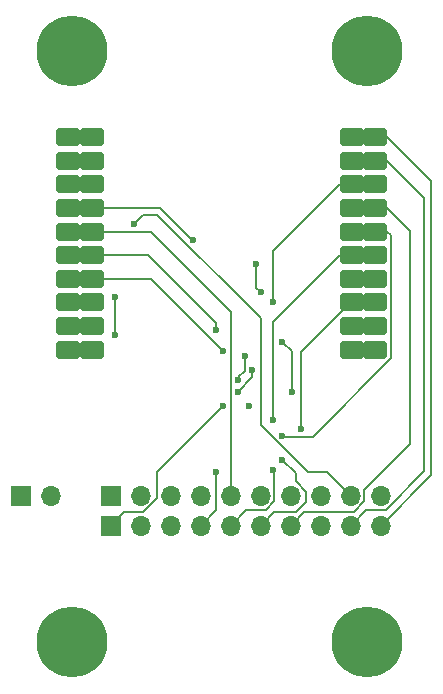
<source format=gbl>
%TF.GenerationSoftware,KiCad,Pcbnew,9.0.0*%
%TF.CreationDate,2025-04-04T06:59:08-07:00*%
%TF.ProjectId,XBee Pro THT Mounting PCB,58426565-2050-4726-9f20-544854204d6f,rev?*%
%TF.SameCoordinates,Original*%
%TF.FileFunction,Copper,L4,Bot*%
%TF.FilePolarity,Positive*%
%FSLAX46Y46*%
G04 Gerber Fmt 4.6, Leading zero omitted, Abs format (unit mm)*
G04 Created by KiCad (PCBNEW 9.0.0) date 2025-04-04 06:59:08*
%MOMM*%
%LPD*%
G01*
G04 APERTURE LIST*
G04 Aperture macros list*
%AMRoundRect*
0 Rectangle with rounded corners*
0 $1 Rounding radius*
0 $2 $3 $4 $5 $6 $7 $8 $9 X,Y pos of 4 corners*
0 Add a 4 corners polygon primitive as box body*
4,1,4,$2,$3,$4,$5,$6,$7,$8,$9,$2,$3,0*
0 Add four circle primitives for the rounded corners*
1,1,$1+$1,$2,$3*
1,1,$1+$1,$4,$5*
1,1,$1+$1,$6,$7*
1,1,$1+$1,$8,$9*
0 Add four rect primitives between the rounded corners*
20,1,$1+$1,$2,$3,$4,$5,0*
20,1,$1+$1,$4,$5,$6,$7,0*
20,1,$1+$1,$6,$7,$8,$9,0*
20,1,$1+$1,$8,$9,$2,$3,0*%
G04 Aperture macros list end*
%TA.AperFunction,ComponentPad*%
%ADD10C,6.000000*%
%TD*%
%TA.AperFunction,ComponentPad*%
%ADD11R,1.700000X1.700000*%
%TD*%
%TA.AperFunction,ComponentPad*%
%ADD12O,1.700000X1.700000*%
%TD*%
%TA.AperFunction,ComponentPad*%
%ADD13RoundRect,0.225000X-0.775000X-0.525000X0.775000X-0.525000X0.775000X0.525000X-0.775000X0.525000X0*%
%TD*%
%TA.AperFunction,ViaPad*%
%ADD14C,0.600000*%
%TD*%
%TA.AperFunction,Conductor*%
%ADD15C,0.200000*%
%TD*%
G04 APERTURE END LIST*
D10*
%TO.P,REF\u002A\u002A,1*%
%TO.N,GND*%
X106600000Y-61800000D03*
%TD*%
%TO.P,REF\u002A\u002A,1*%
%TO.N,GND*%
X131600000Y-61800000D03*
%TD*%
D11*
%TO.P,J3,1,Pin_1*%
%TO.N,+3.3V*%
X102240000Y-99400000D03*
D12*
%TO.P,J3,2,Pin_2*%
%TO.N,GND*%
X104780000Y-99400000D03*
%TD*%
D10*
%TO.P,REF\u002A\u002A,1*%
%TO.N,GND*%
X106600000Y-111800000D03*
%TD*%
D11*
%TO.P,J2,1,Pin_1*%
%TO.N,Net-(J2-Pin_1)*%
X109860000Y-101940000D03*
D12*
%TO.P,J2,2,Pin_2*%
%TO.N,Net-(J2-Pin_2)*%
X112400000Y-101940000D03*
%TO.P,J2,3,Pin_3*%
%TO.N,Net-(J2-Pin_3)*%
X114940000Y-101940000D03*
%TO.P,J2,4,Pin_4*%
%TO.N,Net-(J2-Pin_4)*%
X117480000Y-101940000D03*
%TO.P,J2,5,Pin_5*%
%TO.N,Net-(J2-Pin_5)*%
X120020000Y-101940000D03*
%TO.P,J2,6,Pin_6*%
%TO.N,Net-(J2-Pin_6)*%
X122560000Y-101940000D03*
%TO.P,J2,7,Pin_7*%
%TO.N,Net-(J2-Pin_7)*%
X125100000Y-101940000D03*
%TO.P,J2,8,Pin_8*%
%TO.N,Net-(J2-Pin_8)*%
X127640000Y-101940000D03*
%TO.P,J2,9,Pin_9*%
%TO.N,Net-(J2-Pin_9)*%
X130180000Y-101940000D03*
%TO.P,J2,10,Pin_10*%
%TO.N,Net-(J2-Pin_10)*%
X132720000Y-101940000D03*
%TD*%
D11*
%TO.P,J1,1,Pin_1*%
%TO.N,+3.3V*%
X109860000Y-99400000D03*
D12*
%TO.P,J1,2,Pin_2*%
%TO.N,Net-(J1-Pin_2)*%
X112400000Y-99400000D03*
%TO.P,J1,3,Pin_3*%
%TO.N,Net-(J1-Pin_3)*%
X114940000Y-99400000D03*
%TO.P,J1,4,Pin_4*%
%TO.N,Net-(J1-Pin_4)*%
X117480000Y-99400000D03*
%TO.P,J1,5,Pin_5*%
%TO.N,Net-(J1-Pin_5)*%
X120020000Y-99400000D03*
%TO.P,J1,6,Pin_6*%
%TO.N,Net-(J1-Pin_6)*%
X122560000Y-99400000D03*
%TO.P,J1,7,Pin_7*%
%TO.N,Net-(J1-Pin_7)*%
X125100000Y-99400000D03*
%TO.P,J1,8,Pin_8*%
%TO.N,unconnected-(J1-Pin_8-Pad8)*%
X127640000Y-99400000D03*
%TO.P,J1,9,Pin_9*%
%TO.N,Net-(J1-Pin_9)*%
X130180000Y-99400000D03*
%TO.P,J1,10,Pin_10*%
%TO.N,GND*%
X132720000Y-99400000D03*
%TD*%
D10*
%TO.P,REF\u002A\u002A,1*%
%TO.N,GND*%
X131600000Y-111800000D03*
%TD*%
D13*
%TO.P,XBee1,1,Vcc*%
%TO.N,+3.3V*%
X106277500Y-69045000D03*
X108277500Y-69045000D03*
%TO.P,XBee1,2,DOUT/DIO13*%
%TO.N,Net-(J1-Pin_2)*%
X106277500Y-71045000D03*
X108277500Y-71045000D03*
%TO.P,XBee1,3,DIN/CONFIG*%
%TO.N,Net-(J1-Pin_3)*%
X106277500Y-73045000D03*
X108277500Y-73045000D03*
%TO.P,XBee1,4,DIO12/SPI_MISO*%
%TO.N,Net-(J1-Pin_4)*%
X106277500Y-75045000D03*
X108277500Y-75045000D03*
%TO.P,XBee1,5,RESET*%
%TO.N,Net-(J1-Pin_5)*%
X106277500Y-77045000D03*
X108277500Y-77045000D03*
%TO.P,XBee1,6,DIO10/PWM0*%
%TO.N,Net-(J1-Pin_6)*%
X106277500Y-79045000D03*
X108277500Y-79045000D03*
%TO.P,XBee1,7,DIO11/PWM1*%
%TO.N,Net-(J1-Pin_7)*%
X106277500Y-81045000D03*
X108277500Y-81045000D03*
%TO.P,XBee1,8,Reserved*%
%TO.N,unconnected-(XBee1-Reserved-Pad8)_1*%
X106277500Y-83045000D03*
%TO.N,unconnected-(XBee1-Reserved-Pad8)*%
X108277500Y-83045000D03*
%TO.P,XBee1,9,DTR/SLEEP_RQ/DIO8*%
%TO.N,Net-(J1-Pin_9)*%
X106277500Y-85045000D03*
X108277500Y-85045000D03*
%TO.P,XBee1,10,GND*%
%TO.N,GND*%
X106277500Y-87045000D03*
X108277500Y-87045000D03*
%TO.P,XBee1,11,DIO4/SPI_MOSI*%
%TO.N,Net-(J2-Pin_1)*%
X130277500Y-87045000D03*
X132277500Y-87045000D03*
%TO.P,XBee1,12,CTS/DIO7*%
%TO.N,Net-(J2-Pin_2)*%
X130277500Y-85045000D03*
X132277500Y-85045000D03*
%TO.P,XBee1,13,ON_SLEEP_/DIO9*%
%TO.N,Net-(J2-Pin_3)*%
X130277500Y-83045000D03*
X132277500Y-83045000D03*
%TO.P,XBee1,14,VREF*%
%TO.N,Net-(J2-Pin_4)*%
X130277500Y-81045000D03*
X132277500Y-81045000D03*
%TO.P,XBee1,15,Associate/DIO5*%
%TO.N,Net-(J2-Pin_5)*%
X130277500Y-79045000D03*
X132277500Y-79045000D03*
%TO.P,XBee1,16,RTS_/DIO6*%
%TO.N,Net-(J2-Pin_6)*%
X130277500Y-77045000D03*
X132277500Y-77045000D03*
%TO.P,XBee1,17,AD3/DIO3/SPI_SSEL*%
%TO.N,Net-(J2-Pin_7)*%
X130277500Y-75045000D03*
X132277500Y-75045000D03*
%TO.P,XBee1,18,AD2/DIO2/SPI_CLK*%
%TO.N,Net-(J2-Pin_8)*%
X130277500Y-73045000D03*
X132277500Y-73045000D03*
%TO.P,XBee1,19,AD1/DIO1/SPI_ATTN*%
%TO.N,Net-(J2-Pin_9)*%
X130277500Y-71045000D03*
X132277500Y-71045000D03*
%TO.P,XBee1,20,AD0/DIO0*%
%TO.N,Net-(J2-Pin_10)*%
X130277500Y-69045000D03*
X132277500Y-69045000D03*
%TD*%
D14*
%TO.N,GND*%
X120625000Y-89600000D03*
X122600000Y-82200000D03*
X110200000Y-85800000D03*
X110200000Y-82600000D03*
X122200000Y-79800000D03*
X121200000Y-87600000D03*
X121600000Y-91800000D03*
%TO.N,Net-(J2-Pin_1)*%
X119400000Y-91800000D03*
X120625000Y-90600000D03*
X121824265Y-88775735D03*
%TO.N,Net-(J2-Pin_5)*%
X123600000Y-97200000D03*
X123600000Y-93000000D03*
%TO.N,Net-(J1-Pin_4)*%
X116824265Y-77775735D03*
%TO.N,Net-(J1-Pin_9)*%
X111800000Y-76400000D03*
%TO.N,Net-(J1-Pin_6)*%
X118800000Y-85400000D03*
%TO.N,Net-(J2-Pin_6)*%
X124400000Y-96400000D03*
X124400000Y-94351472D03*
%TO.N,Net-(J2-Pin_4)*%
X118800000Y-97400000D03*
%TO.N,Net-(J1-Pin_7)*%
X119400000Y-87200000D03*
%TO.N,Net-(J2-Pin_3)*%
X126000000Y-93800000D03*
%TO.N,Net-(J2-Pin_8)*%
X125200000Y-90600000D03*
X123600000Y-83000000D03*
X124400000Y-86400000D03*
%TD*%
D15*
%TO.N,+3.3V*%
X108277500Y-69045000D02*
X106277500Y-69045000D01*
%TO.N,GND*%
X120625000Y-89600000D02*
X120625000Y-89400000D01*
X120625000Y-89400000D02*
X121200000Y-88825000D01*
X110200000Y-85800000D02*
X110200000Y-82600000D01*
X122200000Y-81800000D02*
X122600000Y-82200000D01*
X122200000Y-79800000D02*
X122200000Y-81800000D01*
X121200000Y-88825000D02*
X121200000Y-87600000D01*
X108277500Y-87045000D02*
X106277500Y-87045000D01*
%TO.N,Net-(J2-Pin_1)*%
X112638760Y-100789000D02*
X111011000Y-100789000D01*
X111011000Y-100789000D02*
X109860000Y-101940000D01*
X113789000Y-97411000D02*
X113789000Y-99638760D01*
X121824265Y-89400735D02*
X120625000Y-90600000D01*
X132277500Y-87045000D02*
X130277500Y-87045000D01*
X113789000Y-99638760D02*
X112638760Y-100789000D01*
X119400000Y-91800000D02*
X113789000Y-97411000D01*
X121824265Y-88775735D02*
X121824265Y-89400735D01*
%TO.N,Net-(J1-Pin_2)*%
X108277500Y-71045000D02*
X106277500Y-71045000D01*
%TO.N,Net-(J2-Pin_5)*%
X121360000Y-100600000D02*
X120020000Y-101940000D01*
X130277500Y-79045000D02*
X129277500Y-79045000D01*
X132277500Y-79045000D02*
X130277500Y-79045000D01*
X123711000Y-97311000D02*
X123711000Y-99876760D01*
X123711000Y-99876760D02*
X122987760Y-100600000D01*
X123600000Y-97200000D02*
X123711000Y-97311000D01*
X122987760Y-100600000D02*
X121360000Y-100600000D01*
X129277500Y-79045000D02*
X123600000Y-84722500D01*
X123600000Y-84722500D02*
X123600000Y-93000000D01*
%TO.N,Net-(J1-Pin_4)*%
X108277500Y-75045000D02*
X106277500Y-75045000D01*
X116824265Y-77775735D02*
X116760735Y-77775735D01*
X114030000Y-75045000D02*
X108277500Y-75045000D01*
X116760735Y-77775735D02*
X114030000Y-75045000D01*
%TO.N,Net-(J1-Pin_9)*%
X113826000Y-75626000D02*
X122600000Y-84400000D01*
X111800000Y-76400000D02*
X112574000Y-75626000D01*
X122600000Y-93400000D02*
X126600000Y-97400000D01*
X122600000Y-84400000D02*
X122600000Y-93400000D01*
X108277500Y-85045000D02*
X106277500Y-85045000D01*
X128180000Y-97400000D02*
X130180000Y-99400000D01*
X112574000Y-75626000D02*
X113826000Y-75626000D01*
X126600000Y-97400000D02*
X128180000Y-97400000D01*
%TO.N,Net-(J2-Pin_9)*%
X131520000Y-100600000D02*
X130180000Y-101940000D01*
X133147760Y-100600000D02*
X131520000Y-100600000D01*
X136400000Y-74167500D02*
X136400000Y-97347760D01*
X133277500Y-71045000D02*
X136400000Y-74167500D01*
X132277500Y-71045000D02*
X130277500Y-71045000D01*
X136400000Y-97347760D02*
X133147760Y-100600000D01*
X132277500Y-71045000D02*
X133277500Y-71045000D01*
%TO.N,Net-(J1-Pin_6)*%
X118800000Y-85400000D02*
X118800000Y-84800000D01*
X113045000Y-79045000D02*
X108277500Y-79045000D01*
X118800000Y-84800000D02*
X113045000Y-79045000D01*
X108277500Y-79045000D02*
X106277500Y-79045000D01*
%TO.N,Net-(J2-Pin_6)*%
X133277500Y-77045000D02*
X133578500Y-77346000D01*
X133578500Y-87794110D02*
X126971610Y-94401000D01*
X125527760Y-97527760D02*
X125527760Y-98200000D01*
X123711000Y-100789000D02*
X122560000Y-101940000D01*
X126400000Y-99072240D02*
X126400000Y-99965760D01*
X132277500Y-77045000D02*
X130277500Y-77045000D01*
X133578500Y-77346000D02*
X133578500Y-87794110D01*
X125527760Y-98200000D02*
X126400000Y-99072240D01*
X132277500Y-77045000D02*
X133277500Y-77045000D01*
X124400000Y-96400000D02*
X125527760Y-97527760D01*
X125576760Y-100789000D02*
X123711000Y-100789000D01*
X124449528Y-94401000D02*
X124400000Y-94351472D01*
X126400000Y-99965760D02*
X125576760Y-100789000D01*
X126971610Y-94401000D02*
X124449528Y-94401000D01*
%TO.N,Net-(J2-Pin_4)*%
X118800000Y-100620000D02*
X117480000Y-101940000D01*
X132277500Y-81045000D02*
X130277500Y-81045000D01*
X118800000Y-97400000D02*
X118800000Y-100620000D01*
%TO.N,Net-(J2-Pin_2)*%
X132277500Y-85045000D02*
X130277500Y-85045000D01*
%TO.N,Net-(J1-Pin_5)*%
X120025000Y-99395000D02*
X120020000Y-99400000D01*
X120025000Y-83825000D02*
X120025000Y-99395000D01*
X108277500Y-77045000D02*
X113245000Y-77045000D01*
X113245000Y-77045000D02*
X120025000Y-83825000D01*
X108277500Y-77045000D02*
X106277500Y-77045000D01*
%TO.N,Net-(J2-Pin_10)*%
X132277500Y-69045000D02*
X133277500Y-69045000D01*
X132277500Y-69045000D02*
X130277500Y-69045000D01*
X137000000Y-72767500D02*
X137000000Y-97660000D01*
X133277500Y-69045000D02*
X137000000Y-72767500D01*
X137000000Y-97660000D02*
X132720000Y-101940000D01*
%TO.N,Net-(J1-Pin_7)*%
X108277500Y-81045000D02*
X113245000Y-81045000D01*
X108277500Y-81045000D02*
X106277500Y-81045000D01*
X113245000Y-81045000D02*
X119400000Y-87200000D01*
%TO.N,Net-(J2-Pin_3)*%
X132277500Y-83045000D02*
X130277500Y-83045000D01*
X130227390Y-83045000D02*
X126000000Y-87272390D01*
X132277500Y-83045000D02*
X130227390Y-83045000D01*
X126000000Y-87272390D02*
X126000000Y-93800000D01*
%TO.N,Net-(J2-Pin_7)*%
X132277500Y-75045000D02*
X133277500Y-75045000D01*
X135200000Y-76967500D02*
X135200000Y-95054240D01*
X132277500Y-75045000D02*
X130277500Y-75045000D01*
X126273570Y-100766430D02*
X125100000Y-101940000D01*
X135200000Y-95054240D02*
X131331000Y-98923240D01*
X133277500Y-75045000D02*
X135200000Y-76967500D01*
X131331000Y-99876760D02*
X130441330Y-100766430D01*
X130441330Y-100766430D02*
X126273570Y-100766430D01*
X131331000Y-98923240D02*
X131331000Y-99876760D01*
%TO.N,Net-(J1-Pin_3)*%
X108277500Y-73045000D02*
X106277500Y-73045000D01*
%TO.N,Net-(J2-Pin_8)*%
X130277500Y-73045000D02*
X129277500Y-73045000D01*
X124400000Y-86400000D02*
X125200000Y-87200000D01*
X123600000Y-78722500D02*
X123600000Y-83000000D01*
X129277500Y-73045000D02*
X123600000Y-78722500D01*
X125200000Y-87200000D02*
X125200000Y-90600000D01*
X132277500Y-73045000D02*
X130277500Y-73045000D01*
%TD*%
M02*

</source>
